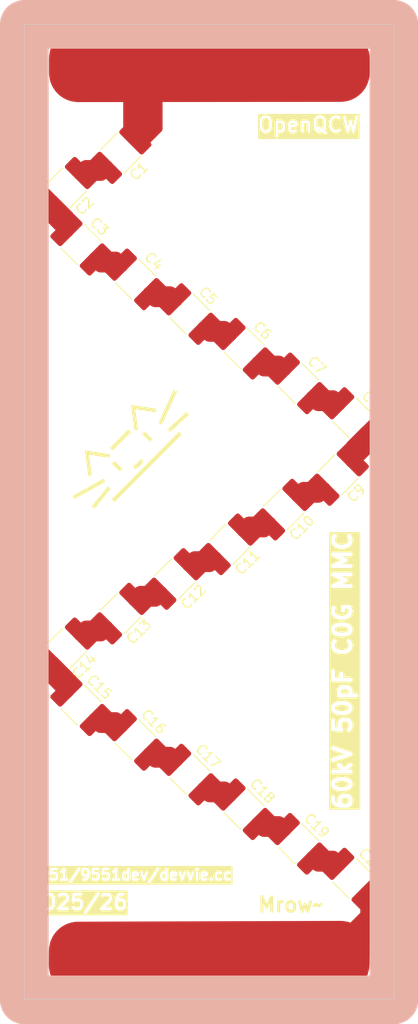
<source format=kicad_pcb>
(kicad_pcb (version 20241229) (generator "pcbnew") (generator_version "9.0")
  (layers (0 "F.Cu" signal) (2 "B.Cu" signal) (13 "F.Paste" user) (15 "B.Paste" user) (5 "F.SilkS" user "F.Silkscreen") (7 "B.SilkS" user "B.Silkscreen") (1 "F.Mask" user) (3 "B.Mask" user) (25 "Edge.Cuts" user))
  (net 0 "")
  (net 1 "CONN_1")
  (net 2 "Net-(C10-Pad2)")
  (net 3 "CONN_2")
  (net 4 "Net-(C10-Pad1)")
  (net 5 "Net-(C1-Pad2)")
  (net 6 "Net-(C2-Pad2)")
  (net 7 "Net-(C3-Pad2)")
  (net 8 "Net-(C4-Pad2)")
  (net 9 "Net-(C5-Pad2)")
  (net 10 "Net-(C6-Pad2)")
  (net 11 "Net-(C7-Pad2)")
  (net 12 "Net-(C8-Pad2)")
  (net 13 "Net-(C11-Pad2)")
  (net 14 "Net-(C12-Pad2)")
  (net 15 "Net-(C13-Pad2)")
  (net 16 "Net-(C14-Pad2)")
  (net 17 "Net-(C15-Pad2)")
  (net 18 "Net-(C16-Pad2)")
  (net 19 "Net-(C17-Pad2)")
  (net 20 "Net-(C18-Pad2)")
  (net 21 "Net-(C19-Pad2)")
  (footprint "Capacitor_SMD:C_1812_4532Metric_Pad1.57x3.40mm_HandSolder" (layer "F.Cu") (at 34.544 92.456 -45)
    (property "Reference" "C18" (at 0 -2.65 135) (layer "F.SilkS"))
    (property "Value" "1nF")
    (fp_line (start -1.161252 1.71) (end 1.161252 1.71) (stroke (width 0.12)) (layer "F.SilkS"))
    (fp_line (start -1.161252 -1.71) (end 1.161252 -1.71) (stroke (width 0.12)) (layer "F.SilkS"))
    (pad "1" smd roundrect (at -2.1375 0 315) (size 1.575 3.4) (layers "F.Cu" "F.Mask" "F.Paste") (roundrect_rratio 0.15873) (net 19 "Net-(C17-Pad2)"))
    (pad "2" smd roundrect (at 2.1375 0 315) (size 1.575 3.4) (layers "F.Cu" "F.Mask" "F.Paste") (roundrect_rratio 0.15873) (net 20 "Net-(C18-Pad2)"))
  )
  (footprint "Capacitor_SMD:C_1812_4532Metric_Pad1.57x3.40mm_HandSolder" (layer "F.Cu") (at 21.844 72.39 -135)
    (property "Reference" "C13" (at 0 -2.65 45) (layer "F.SilkS"))
    (property "Value" "1nF")
    (fp_line (start -1.161252 1.71) (end 1.161252 1.71) (stroke (width 0.12)) (layer "F.SilkS"))
    (fp_line (start -1.161252 -1.71) (end 1.161252 -1.71) (stroke (width 0.12)) (layer "F.SilkS"))
    (pad "1" smd roundrect (at -2.1375 0 225) (size 1.575 3.4) (layers "F.Cu" "F.Mask" "F.Paste") (roundrect_rratio 0.15873) (net 14 "Net-(C12-Pad2)"))
    (pad "2" smd roundrect (at 2.1375 0 225) (size 1.575 3.4) (layers "F.Cu" "F.Mask" "F.Paste") (roundrect_rratio 0.15873) (net 15 "Net-(C13-Pad2)"))
  )
  (footprint "Capacitor_SMD:C_1812_4532Metric_Pad1.57x3.40mm_HandSolder" (layer "F.Cu") (at 21.844 25.146 -135)
    (property "Reference" "C1" (at 0 -2.65 45) (layer "F.SilkS"))
    (property "Value" "1nF")
    (fp_line (start -1.161252 1.71) (end 1.161252 1.71) (stroke (width 0.12)) (layer "F.SilkS"))
    (fp_line (start -1.161252 -1.71) (end 1.161252 -1.71) (stroke (width 0.12)) (layer "F.SilkS"))
    (pad "1" smd roundrect (at -2.1375 0 225) (size 1.575 3.4) (layers "F.Cu" "F.Mask" "F.Paste") (roundrect_rratio 0.15873) (net 1 "CONN_1"))
    (pad "2" smd roundrect (at 2.1375 0 225) (size 1.575 3.4) (layers "F.Cu" "F.Mask" "F.Paste") (roundrect_rratio 0.15873) (net 5 "Net-(C1-Pad2)"))
  )
  (footprint "Capacitor_SMD:C_1812_4532Metric_Pad1.57x3.40mm_HandSolder" (layer "F.Cu") (at 40.132 48.768 -45)
    (property "Reference" "C7" (at 0 -2.65 135) (layer "F.SilkS"))
    (property "Value" "1nF")
    (fp_line (start -1.161252 1.71) (end 1.161252 1.71) (stroke (width 0.12)) (layer "F.SilkS"))
    (fp_line (start -1.161252 -1.71) (end 1.161252 -1.71) (stroke (width 0.12)) (layer "F.SilkS"))
    (pad "1" smd roundrect (at -2.1375 0 315) (size 1.575 3.4) (layers "F.Cu" "F.Mask" "F.Paste") (roundrect_rratio 0.15873) (net 10 "Net-(C6-Pad2)"))
    (pad "2" smd roundrect (at 2.1375 0 315) (size 1.575 3.4) (layers "F.Cu" "F.Mask" "F.Paste") (roundrect_rratio 0.15873) (net 11 "Net-(C7-Pad2)"))
  )
  (footprint "Capacitor_SMD:C_1812_4532Metric_Pad1.57x3.40mm_HandSolder" (layer "F.Cu") (at 44.196 58.166 -135)
    (property "Reference" "C9" (at 0 -2.65 45) (layer "F.SilkS"))
    (property "Value" "1nF")
    (fp_line (start -1.161252 1.71) (end 1.161252 1.71) (stroke (width 0.12)) (layer "F.SilkS"))
    (fp_line (start -1.161252 -1.71) (end 1.161252 -1.71) (stroke (width 0.12)) (layer "F.SilkS"))
    (pad "1" smd roundrect (at -2.1375 0 225) (size 1.575 3.4) (layers "F.Cu" "F.Mask" "F.Paste") (roundrect_rratio 0.15873) (net 12 "Net-(C8-Pad2)"))
    (pad "2" smd roundrect (at 2.1375 0 225) (size 1.575 3.4) (layers "F.Cu" "F.Mask" "F.Paste") (roundrect_rratio 0.15873) (net 4 "Net-(C10-Pad1)"))
  )
  (footprint "Capacitor_SMD:C_1812_4532Metric_Pad1.57x3.40mm_HandSolder" (layer "F.Cu") (at 40.119441 95.999441 -45)
    (property "Reference" "C19" (at 0 -2.65 135) (layer "F.SilkS"))
    (property "Value" "1nF")
    (fp_line (start -1.161252 1.71) (end 1.161252 1.71) (stroke (width 0.12)) (layer "F.SilkS"))
    (fp_line (start -1.161252 -1.71) (end 1.161252 -1.71) (stroke (width 0.12)) (layer "F.SilkS"))
    (pad "1" smd roundrect (at -2.1375 0 315) (size 1.575 3.4) (layers "F.Cu" "F.Mask" "F.Paste") (roundrect_rratio 0.15873) (net 20 "Net-(C18-Pad2)"))
    (pad "2" smd roundrect (at 2.1375 0 315) (size 1.575 3.4) (layers "F.Cu" "F.Mask" "F.Paste") (roundrect_rratio 0.15873) (net 21 "Net-(C19-Pad2)"))
  )
  (footprint "Capacitor_SMD:C_1812_4532Metric_Pad1.57x3.40mm_HandSolder" (layer "F.Cu") (at 28.956 41.656 -45)
    (property "Reference" "C5" (at 0 -2.65 135) (layer "F.SilkS"))
    (property "Value" "1nF")
    (fp_line (start -1.161252 1.71) (end 1.161252 1.71) (stroke (width 0.12)) (layer "F.SilkS"))
    (fp_line (start -1.161252 -1.71) (end 1.161252 -1.71) (stroke (width 0.12)) (layer "F.SilkS"))
    (pad "1" smd roundrect (at -2.1375 0 315) (size 1.575 3.4) (layers "F.Cu" "F.Mask" "F.Paste") (roundrect_rratio 0.15873) (net 8 "Net-(C4-Pad2)"))
    (pad "2" smd roundrect (at 2.1375 0 315) (size 1.575 3.4) (layers "F.Cu" "F.Mask" "F.Paste") (roundrect_rratio 0.15873) (net 9 "Net-(C5-Pad2)"))
  )
  (footprint "Capacitor_SMD:C_1812_4532Metric_Pad1.57x3.40mm_HandSolder" (layer "F.Cu") (at 34.544 45.212 -45)
    (property "Reference" "C6" (at 0 -2.65 135) (layer "F.SilkS"))
    (property "Value" "1nF")
    (fp_line (start -1.161252 1.71) (end 1.161252 1.71) (stroke (width 0.12)) (layer "F.SilkS"))
    (fp_line (start -1.161252 -1.71) (end 1.161252 -1.71) (stroke (width 0.12)) (layer "F.SilkS"))
    (pad "1" smd roundrect (at -2.1375 0 315) (size 1.575 3.4) (layers "F.Cu" "F.Mask" "F.Paste") (roundrect_rratio 0.15873) (net 9 "Net-(C5-Pad2)"))
    (pad "2" smd roundrect (at 2.1375 0 315) (size 1.575 3.4) (layers "F.Cu" "F.Mask" "F.Paste") (roundrect_rratio 0.15873) (net 10 "Net-(C6-Pad2)"))
  )
  (footprint "Capacitor_SMD:C_1812_4532Metric_Pad1.57x3.40mm_HandSolder" (layer "F.Cu") (at 17.78 81.788 -45)
    (property "Reference" "C15" (at 0 -2.65 135) (layer "F.SilkS"))
    (property "Value" "1nF")
    (fp_line (start -1.161252 1.71) (end 1.161252 1.71) (stroke (width 0.12)) (layer "F.SilkS"))
    (fp_line (start -1.161252 -1.71) (end 1.161252 -1.71) (stroke (width 0.12)) (layer "F.SilkS"))
    (pad "1" smd roundrect (at -2.1375 0 315) (size 1.575 3.4) (layers "F.Cu" "F.Mask" "F.Paste") (roundrect_rratio 0.15873) (net 16 "Net-(C14-Pad2)"))
    (pad "2" smd roundrect (at 2.1375 0 315) (size 1.575 3.4) (layers "F.Cu" "F.Mask" "F.Paste") (roundrect_rratio 0.15873) (net 17 "Net-(C15-Pad2)"))
  )
  (footprint "Capacitor_SMD:C_1812_4532Metric_Pad1.57x3.40mm_HandSolder" (layer "F.Cu") (at 27.432 68.834 -135)
    (property "Reference" "C12" (at 0 -2.65 45) (layer "F.SilkS"))
    (property "Value" "1nF")
    (fp_line (start -1.161252 1.71) (end 1.161252 1.71) (stroke (width 0.12)) (layer "F.SilkS"))
    (fp_line (start -1.161252 -1.71) (end 1.161252 -1.71) (stroke (width 0.12)) (layer "F.SilkS"))
    (pad "1" smd roundrect (at -2.1375 0 225) (size 1.575 3.4) (layers "F.Cu" "F.Mask" "F.Paste") (roundrect_rratio 0.15873) (net 13 "Net-(C11-Pad2)"))
    (pad "2" smd roundrect (at 2.1375 0 225) (size 1.575 3.4) (layers "F.Cu" "F.Mask" "F.Paste") (roundrect_rratio 0.15873) (net 14 "Net-(C12-Pad2)"))
  )
  (footprint "Capacitor_SMD:C_1812_4532Metric_Pad1.57x3.40mm_HandSolder" (layer "F.Cu") (at 16.256 28.702 -135)
    (property "Reference" "C2" (at 0 -2.65 45) (layer "F.SilkS"))
    (property "Value" "1nF")
    (fp_line (start -1.161252 1.71) (end 1.161252 1.71) (stroke (width 0.12)) (layer "F.SilkS"))
    (fp_line (start -1.161252 -1.71) (end 1.161252 -1.71) (stroke (width 0.12)) (layer "F.SilkS"))
    (pad "1" smd roundrect (at -2.1375 0 225) (size 1.575 3.4) (layers "F.Cu" "F.Mask" "F.Paste") (roundrect_rratio 0.15873) (net 5 "Net-(C1-Pad2)"))
    (pad "2" smd roundrect (at 2.1375 0 225) (size 1.575 3.4) (layers "F.Cu" "F.Mask" "F.Paste") (roundrect_rratio 0.15873) (net 6 "Net-(C2-Pad2)"))
  )
  (footprint "Capacitor_SMD:C_1812_4532Metric_Pad1.57x3.40mm_HandSolder" (layer "F.Cu") (at 45.72 52.324 -45)
    (property "Reference" "C8" (at 0 -2.65 135) (layer "F.SilkS"))
    (property "Value" "1nF")
    (fp_line (start -1.161252 1.71) (end 1.161252 1.71) (stroke (width 0.12)) (layer "F.SilkS"))
    (fp_line (start -1.161252 -1.71) (end 1.161252 -1.71) (stroke (width 0.12)) (layer "F.SilkS"))
    (pad "1" smd roundrect (at -2.1375 0 315) (size 1.575 3.4) (layers "F.Cu" "F.Mask" "F.Paste") (roundrect_rratio 0.15873) (net 11 "Net-(C7-Pad2)"))
    (pad "2" smd roundrect (at 2.1375 0 315) (size 1.575 3.4) (layers "F.Cu" "F.Mask" "F.Paste") (roundrect_rratio 0.15873) (net 12 "Net-(C8-Pad2)"))
  )
  (footprint "Capacitor_SMD:C_1812_4532Metric_Pad1.57x3.40mm_HandSolder" (layer "F.Cu") (at 16.256 75.946 -135)
    (property "Reference" "C14" (at 0 -2.65 45) (layer "F.SilkS"))
    (property "Value" "1nF")
    (fp_line (start -1.161252 1.71) (end 1.161252 1.71) (stroke (width 0.12)) (layer "F.SilkS"))
    (fp_line (start -1.161252 -1.71) (end 1.161252 -1.71) (stroke (width 0.12)) (layer "F.SilkS"))
    (pad "1" smd roundrect (at -2.1375 0 225) (size 1.575 3.4) (layers "F.Cu" "F.Mask" "F.Paste") (roundrect_rratio 0.15873) (net 15 "Net-(C13-Pad2)"))
    (pad "2" smd roundrect (at 2.1375 0 225) (size 1.575 3.4) (layers "F.Cu" "F.Mask" "F.Paste") (roundrect_rratio 0.15873) (net 16 "Net-(C14-Pad2)"))
  )
  (footprint "Capacitor_SMD:C_1812_4532Metric_Pad1.57x3.40mm_HandSolder" (layer "F.Cu") (at 28.956 88.9 -45)
    (property "Reference" "C17" (at 0 -2.65 135) (layer "F.SilkS"))
    (property "Value" "1nF")
    (fp_line (start -1.161252 1.71) (end 1.161252 1.71) (stroke (width 0.12)) (layer "F.SilkS"))
    (fp_line (start -1.161252 -1.71) (end 1.161252 -1.71) (stroke (width 0.12)) (layer "F.SilkS"))
    (pad "1" smd roundrect (at -2.1375 0 315) (size 1.575 3.4) (layers "F.Cu" "F.Mask" "F.Paste") (roundrect_rratio 0.15873) (net 18 "Net-(C16-Pad2)"))
    (pad "2" smd roundrect (at 2.1375 0 315) (size 1.575 3.4) (layers "F.Cu" "F.Mask" "F.Paste") (roundrect_rratio 0.15873) (net 19 "Net-(C17-Pad2)"))
  )
  (footprint "art:cat2" (layer "F.Cu") (at 22.606 55.372 45)
    (property "Reference" "G***" (hide yes))
    (property "Value" "LOGO" (hide yes))
    (fp_poly (pts (xy -1.932193 0.550226) (xy -1.932192 1.119647) (xy -2.136928 1.119647) (xy -2.341663 1.119647) (xy -2.341663 0.550226) (xy -2.341663 -0.019195) (xy -2.136928 -0.019195) (xy -1.932192 -0.019195)) (fill yes) (layer "F.SilkS"))
    (fp_poly (pts (xy 1.343576 -1.11325) (xy 1.343576 -0.902116) (xy 0.006397 -0.902116) (xy -1.330782 -0.902116) (xy -1.330782 -1.113251) (xy -1.330782 -1.324383) (xy 0.006397 -1.324383) (xy 1.343576 -1.324383)) (fill yes) (layer "F.SilkS"))
    (fp_poly (pts (xy 2.405642 0.582216) (xy 2.405642 1.158035) (xy 2.207304 1.158035) (xy 2.008967 1.158035) (xy 2.008967 0.582216) (xy 2.008967 0.006397) (xy 2.207304 0.006397) (xy 2.405642 0.006397)) (fill yes) (layer "F.SilkS"))
    (fp_poly (pts (xy 4.862468 2.744735) (xy 4.862468 2.962265) (xy -0.031991 2.962265) (xy -4.926449 2.962266) (xy -4.926449 2.744735) (xy -4.926449 2.527203) (xy -0.031991 2.527202) (xy 4.862468 2.527202)) (fill yes) (layer "F.SilkS"))
    (fp_poly (pts (xy -0.867826 1.675328) (xy -0.833731 1.688844) (xy -0.817733 1.695558) (xy -0.764438 1.715342) (xy -0.708001 1.730689) (xy -0.642256 1.742821) (xy -0.561034 1.752962) (xy -0.49808 1.758973) (xy -0.433852 1.763675) (xy -0.376604 1.765217) (xy -0.320516 1.763089) (xy -0.259766 1.75678) (xy -0.18853 1.745782) (xy -0.100989 1.729585) (xy -0.05207 1.719934) (xy -0.000194 1.70991) (xy 0.041037 1.702584) (xy 0.066071 1.698907) (xy 0.071005 1.698845) (xy 0.078432 1.71599) (xy 0.090014 1.751622) (xy 0.104369 1.80049) (xy 0.120116 1.857346) (xy 0.135871 1.916936) (xy 0.150254 1.974012) (xy 0.161882 2.023321) (xy 0.169374 2.059615) (xy 0.171346 2.07764) (xy 0.170958 2.078589) (xy 0.149009 2.089236) (xy 0.10666 2.102467) (xy 0.048825 2.117076) (xy -0.019586 2.131856) (xy -0.093662 2.1456) (xy -0.118413 2.149685) (xy -0.195265 2.159363) (xy -0.286522 2.166784) (xy -0.384626 2.171702) (xy -0.482022 2.17387) (xy -0.571153 2.173043) (xy -0.644462 2.168973) (xy -0.660006 2.167353) (xy -0.708098 2.158493) (xy -0.772711 2.142277) (xy -0.846651 2.120964) (xy -0.922724 2.096814) (xy -0.993733 2.072086) (xy -1.052482 2.049041) (xy -1.084531 2.034029) (xy -1.080804 2.022367) (xy -1.06839 1.991296) (xy -1.048948 1.944813) (xy -1.024143 1.886915) (xy -1.007164 1.847879) (xy -0.975714 1.776066) (xy -0.95182 1.724903) (xy -0.932282 1.691819) (xy -0.913903 1.674244) (xy -0.893484 1.669604)) (fill yes) (layer "F.SilkS"))
    (fp_poly (pts (xy 4.254044 1.531621) (xy 4.313163 1.533467) (xy 4.392676 1.536204) (xy 4.490856 1.539764) (xy 4.60598 1.544085) (xy 4.736321 1.5491) (xy 4.880155 1.554745) (xy 5.035757 1.560954) (xy 5.201401 1.567661) (xy 5.375362 1.574802) (xy 5.479195 1.579109) (xy 5.658289 1.586542) (xy 5.830828 1.593659) (xy 5.995007 1.600389) (xy 6.149021 1.606658) (xy 6.291066 1.612397) (xy 6.419335 1.617529) (xy 6.532023 1.621987) (xy 6.627329 1.625696) (xy 6.703443 1.628584) (xy 6.758563 1.630582) (xy 6.790884 1.631615) (xy 6.798183 1.631747) (xy 6.846493 1.631486) (xy 6.842969 1.833022) (xy 6.839444 2.034559) (xy 6.807455 2.036304) (xy 6.788677 2.036072) (xy 6.746902 2.034743) (xy 6.6847 2.032423) (xy 6.604641 2.029218) (xy 6.509289 2.025235) (xy 6.401214 2.020578) (xy 6.282984 2.015353) (xy 6.157167 2.009666) (xy 6.129269 2.008388) (xy 5.980978 2.001621) (xy 5.822254 1.994447) (xy 5.65859 1.987111) (xy 5.495487 1.979857) (xy 5.338439 1.972929) (xy 5.192945 1.966571) (xy 5.0645 1.961026) (xy 5.003224 1.958416) (xy 4.886149 1.953435) (xy 4.769627 1.948428) (xy 4.657948 1.943586) (xy 4.555403 1.939092) (xy 4.466283 1.935138) (xy 4.39488 1.931911) (xy 4.352137 1.929919) (xy 4.180899 1.92173) (xy 4.190079 1.728623) (xy 4.193561 1.661178) (xy 4.197071 1.603372) (xy 4.200291 1.559753) (xy 4.202903 1.534866) (xy 4.203888 1.530862) (xy 4.217043 1.530732)) (fill yes) (layer "F.SilkS"))
    (fp_poly (pts (xy -4.287985 1.334164) (xy -4.286527 1.345351) (xy -4.285107 1.366493) (xy -4.281306 1.407531) (xy -4.27567 1.462932) (xy -4.268746 1.527171) (xy -4.267237 1.540751) (xy -4.260448 1.603777) (xy -4.255214 1.656822) (xy -4.251964 1.695151) (xy -4.251131 1.714029) (xy -4.251365 1.71517) (xy -4.264218 1.716874) (xy -4.30046 1.721032) (xy -4.358026 1.727423) (xy -4.434849 1.735828) (xy -4.528869 1.746029) (xy -4.638019 1.757806) (xy -4.760235 1.77094) (xy -4.893454 1.785213) (xy -5.035611 1.800405) (xy -5.184641 1.816297) (xy -5.338481 1.832671) (xy -5.495066 1.849307) (xy -5.652332 1.865986) (xy -5.808214 1.88249) (xy -5.960649 1.898598) (xy -6.107571 1.914093) (xy -6.246919 1.928756) (xy -6.376623 1.942366) (xy -6.494624 1.954705) (xy -6.598856 1.965555) (xy -6.687254 1.974696) (xy -6.757756 1.981909) (xy -6.808295 1.986975) (xy -6.836807 1.989675) (xy -6.842401 1.990072) (xy -6.857028 1.978966) (xy -6.864295 1.960982) (xy -6.868413 1.934576) (xy -6.873467 1.891789) (xy -6.87897 1.838221) (xy -6.884436 1.779467) (xy -6.88938 1.721122) (xy -6.893311 1.66878) (xy -6.895748 1.62804) (xy -6.896202 1.604496) (xy -6.895583 1.600954) (xy -6.882434 1.59908) (xy -6.845549 1.594773) (xy -6.786648 1.588216) (xy -6.707455 1.579593) (xy -6.609691 1.569087) (xy -6.495073 1.55688) (xy -6.365331 1.543155) (xy -6.22218 1.528095) (xy -6.067345 1.511884) (xy -5.902544 1.494705) (xy -5.729502 1.476739) (xy -5.630227 1.466464) (xy -5.452416 1.448051) (xy -5.281246 1.430268) (xy -5.118506 1.413303) (xy -4.965986 1.397346) (xy -4.825473 1.382584) (xy -4.698756 1.369209) (xy -4.587624 1.357409) (xy -4.493867 1.347373) (xy -4.419271 1.339291) (xy -4.365627 1.333348) (xy -4.334723 1.329738) (xy -4.328237 1.328845) (xy -4.299433 1.326212)) (fill yes) (layer "F.SilkS"))
    (fp_poly (pts (xy -7.481036 -0.542665) (xy -7.451519 -0.534363) (xy -7.400372 -0.519824) (xy -7.329295 -0.499536) (xy -7.239989 -0.473988) (xy -7.134153 -0.44367) (xy -7.01349 -0.409071) (xy -6.879696 -0.370681) (xy -6.734477 -0.328988) (xy -6.57953 -0.284482) (xy -6.416557 -0.237652) (xy -6.247256 -0.188988) (xy -6.073332 -0.138979) (xy -5.896479 -0.088114) (xy -5.718403 -0.036882) (xy -5.540802 0.014227) (xy -5.365377 0.064725) (xy -5.193829 0.11412) (xy -5.027857 0.161926) (xy -4.869163 0.207651) (xy -4.719446 0.250807) (xy -4.580408 0.290904) (xy -4.453748 0.327455) (xy -4.341167 0.359968) (xy -4.244366 0.387956) (xy -4.165045 0.410926) (xy -4.104905 0.428392) (xy -4.065645 0.439864) (xy -4.048967 0.444854) (xy -4.048492 0.445026) (xy -4.049388 0.459142) (xy -4.057031 0.491982) (xy -4.069786 0.538353) (xy -4.086014 0.593061) (xy -4.104085 0.650913) (xy -4.122359 0.706715) (xy -4.139202 0.755274) (xy -4.152979 0.791396) (xy -4.162052 0.809887) (xy -4.163816 0.811232) (xy -4.177574 0.807621) (xy -4.214528 0.797367) (xy -4.273271 0.780872) (xy -4.352394 0.758536) (xy -4.450489 0.73076) (xy -4.566148 0.697942) (xy -4.697964 0.660485) (xy -4.844529 0.618787) (xy -5.004435 0.573249) (xy -5.176272 0.524272) (xy -5.358636 0.472256) (xy -5.550114 0.417601) (xy -5.749302 0.360707) (xy -5.898354 0.31811) (xy -6.102132 0.259828) (xy -6.299123 0.203428) (xy -6.487928 0.149313) (xy -6.667147 0.097888) (xy -6.83538 0.049556) (xy -6.991227 0.004719) (xy -7.133289 -0.036217) (xy -7.260167 -0.07285) (xy -7.370459 -0.104776) (xy -7.462768 -0.13159) (xy -7.535691 -0.15289) (xy -7.587831 -0.168273) (xy -7.617789 -0.177334) (xy -7.624849 -0.179727) (xy -7.62349 -0.193437) (xy -7.615743 -0.227201) (xy -7.602738 -0.276611) (xy -7.585608 -0.337259) (xy -7.576045 -0.369768) (xy -7.521214 -0.553786)) (fill yes) (layer "F.SilkS"))
    (fp_poly (pts (xy 7.531251 -0.865433) (xy 7.545606 -0.830699) (xy 7.565033 -0.78098) (xy 7.587733 -0.720823) (xy 7.597866 -0.693385) (xy 7.625983 -0.61379) (xy 7.643491 -0.557096) (xy 7.650485 -0.52296) (xy 7.647759 -0.511196) (xy 7.634215 -0.506224) (xy 7.597994 -0.492917) (xy 7.540441 -0.471768) (xy 7.462899 -0.443272) (xy 7.366712 -0.407923) (xy 7.253223 -0.366214) (xy 7.123779 -0.318639) (xy 6.979722 -0.265693) (xy 6.822396 -0.20787) (xy 6.653145 -0.145663) (xy 6.473314 -0.079566) (xy 6.284245 -0.010074) (xy 6.087284 0.062321) (xy 5.883774 0.137123) (xy 5.874311 0.140601) (xy 5.670805 0.215399) (xy 5.473955 0.287747) (xy 5.28509 0.357155) (xy 5.10554 0.423136) (xy 4.936636 0.485199) (xy 4.779705 0.542858) (xy 4.636077 0.595624) (xy 4.507084 0.643007) (xy 4.394056 0.684521) (xy 4.29832 0.719675) (xy 4.221208 0.747982) (xy 4.16405 0.768953) (xy 4.128174 0.7821) (xy 4.114912 0.786933) (xy 4.114865 0.786948) (xy 4.110874 0.77545) (xy 4.10051 0.743758) (xy 4.085132 0.696077) (xy 4.066099 0.636607) (xy 4.055322 0.602778) (xy 3.99674 0.41861) (xy 4.272853 0.315549) (xy 4.315858 0.299499) (xy 4.359056 0.283382) (xy 4.40373 0.266719) (xy 4.45116 0.249034) (xy 4.502628 0.22985) (xy 4.559417 0.20869) (xy 4.622807 0.185076) (xy 4.694083 0.158531) (xy 4.774523 0.128578) (xy 4.86541 0.09474) (xy 4.968026 0.05654) (xy 5.083653 0.013501) (xy 5.213572 -0.034855) (xy 5.359064 -0.089006) (xy 5.521413 -0.149427) (xy 5.701898 -0.216595) (xy 5.901803 -0.290989) (xy 6.122409 -0.373087) (xy 6.364997 -0.463364) (xy 6.511596 -0.517918) (xy 6.664566 -0.57468) (xy 6.810647 -0.62857) (xy 6.948066 -0.67895) (xy 7.075045 -0.725187) (xy 7.189812 -0.766642) (xy 7.290593 -0.80268) (xy 7.375609 -0.832665) (xy 7.44309 -0.855962) (xy 7.49126 -0.871934) (xy 7.518344 -0.879945) (xy 7.523768 -0.880636)) (fill yes) (layer "F.SilkS"))
    (fp_poly (pts (xy -3.318796 -2.93303) (xy -3.2965 -2.904015) (xy -3.261545 -2.857701) (xy -3.215163 -2.795759) (xy -3.158587 -2.719864) (xy -3.09305 -2.631687) (xy -3.019785 -2.532901) (xy -2.940025 -2.425178) (xy -2.855002 -2.31019) (xy -2.765949 -2.18961) (xy -2.674098 -2.065112) (xy -2.580683 -1.938366) (xy -2.486937 -1.811046) (xy -2.394092 -1.684824) (xy -2.30338 -1.561372) (xy -2.216036 -1.442363) (xy -2.133291 -1.32947) (xy -2.056378 -1.224365) (xy -1.98653 -1.128721) (xy -1.92498 -1.044209) (xy -1.872961 -0.972503) (xy -1.831705 -0.915275) (xy -1.807099 -0.880786) (xy -1.778412 -0.840262) (xy -1.916083 -0.734839) (xy -1.967885 -0.69517) (xy -2.013006 -0.660615) (xy -2.047218 -0.634412) (xy -2.066299 -0.619796) (xy -2.068087 -0.618424) (xy -2.078385 -0.625937) (xy -2.10271 -0.653622) (xy -2.141142 -0.701584) (xy -2.193761 -0.76993) (xy -2.260646 -0.858766) (xy -2.341878 -0.968196) (xy -2.437536 -1.098326) (xy -2.547699 -1.249262) (xy -2.636988 -1.37218) (xy -2.729036 -1.499106) (xy -2.818267 -1.622127) (xy -2.903299 -1.739341) (xy -2.982752 -1.848847) (xy -3.055245 -1.948742) (xy -3.119398 -2.037124) (xy -3.17383 -2.11209) (xy -3.217161 -2.171738) (xy -3.248009 -2.214165) (xy -3.263258 -2.235095) (xy -3.334961 -2.333262) (xy -3.973955 -1.487247) (xy -4.072113 -1.357286) (xy -4.165979 -1.233009) (xy -4.254386 -1.115958) (xy -4.33617 -1.007676) (xy -4.410166 -0.909707) (xy -4.475207 -0.823593) (xy -4.530128 -0.750876) (xy -4.573764 -0.693101) (xy -4.60495 -0.651809) (xy -4.622521 -0.628544) (xy -4.625963 -0.623985) (xy -4.63532 -0.62029) (xy -4.653066 -0.626403) (xy -4.681924 -0.643997) (xy -4.724615 -0.674747) (xy -4.78386 -0.720327) (xy -4.788591 -0.724034) (xy -4.938204 -0.841328) (xy -4.737485 -1.105249) (xy -4.550325 -1.351285) (xy -4.378209 -1.577424) (xy -4.220742 -1.784182) (xy -4.077529 -1.972071) (xy -3.948177 -2.141606) (xy -3.832289 -2.293301) (xy -3.729473 -2.427671) (xy -3.639332 -2.54523) (xy -3.561473 -2.646492) (xy -3.4955 -2.731972) (xy -3.44102 -2.802183) (xy -3.397637 -2.85764) (xy -3.364956 -2.898857) (xy -3.342586 -2.926349) (xy -3.330128 -2.940629) (xy -3.3272 -2.943074)) (fill yes) (layer "F.SilkS"))
    (fp_poly (pts (xy 3.335261 -2.886717) (xy 3.357585 -2.857377) (xy 3.392856 -2.810251) (xy 3.440009 -2.746779) (xy 3.497982 -2.668408) (xy 3.565705 -2.576582) (xy 3.642117 -2.472745) (xy 3.72615 -2.358343) (xy 3.81674 -2.23482) (xy 3.912821 -2.10362) (xy 4.013327 -1.966189) (xy 4.027034 -1.947431) (xy 4.130017 -1.806499) (xy 4.230057 -1.669611) (xy 4.325939 -1.538422) (xy 4.416448 -1.414599) (xy 4.500368 -1.299804) (xy 4.576483 -1.195698) (xy 4.643579 -1.103944) (xy 4.70044 -1.026204) (xy 4.74585 -0.964141) (xy 4.778595 -0.919417) (xy 4.797458 -0.893694) (xy 4.797463 -0.893688) (xy 4.874207 -0.789289) (xy 4.727845 -0.679355) (xy 4.674895 -0.640121) (xy 4.62906 -0.607174) (xy 4.594259 -0.583254) (xy 4.574411 -0.571099) (xy 4.571624 -0.570133) (xy 4.562764 -0.580367) (xy 4.540084 -0.609804) (xy 4.504729 -0.656885) (xy 4.457842 -0.720053) (xy 4.400568 -0.79775) (xy 4.334052 -0.888417) (xy 4.259439 -0.990498) (xy 4.177873 -1.102433) (xy 4.090498 -1.222664) (xy 3.998459 -1.349636) (xy 3.962972 -1.398672) (xy 3.869001 -1.528569) (xy 3.778991 -1.652952) (xy 3.694127 -1.770192) (xy 3.615587 -1.878658) (xy 3.544553 -1.976721) (xy 3.482207 -2.062748) (xy 3.42973 -2.135111) (xy 3.388303 -2.19218) (xy 3.359107 -2.232323) (xy 3.343324 -2.253911) (xy 3.341226 -2.256731) (xy 3.31827 -2.286963) (xy 2.774212 -1.565749) (xy 2.680618 -1.441694) (xy 2.588973 -1.320253) (xy 2.500851 -1.20351) (xy 2.417831 -1.093551) (xy 2.341484 -0.992462) (xy 2.273386 -0.902327) (xy 2.215113 -0.825233) (xy 2.16824 -0.763262) (xy 2.134341 -0.718503) (xy 2.121882 -0.702086) (xy 2.013609 -0.559638) (xy 1.869692 -0.673973) (xy 1.818749 -0.715362) (xy 1.776305 -0.751607) (xy 1.745819 -0.779611) (xy 1.730756 -0.79628) (xy 1.729814 -0.799058) (xy 1.738153 -0.811069) (xy 1.760704 -0.841656) (xy 1.796216 -0.889178) (xy 1.843438 -0.951993) (xy 1.901122 -1.028459) (xy 1.968017 -1.116934) (xy 2.042874 -1.215777) (xy 2.124441 -1.323345) (xy 2.211469 -1.437998) (xy 2.302709 -1.558092) (xy 2.396909 -1.681986) (xy 2.492821 -1.808039) (xy 2.589192 -1.934608) (xy 2.684777 -2.060052) (xy 2.778322 -2.182729) (xy 2.868578 -2.300998) (xy 2.954295 -2.413214) (xy 3.034223 -2.517738) (xy 3.107113 -2.612929) (xy 3.171713 -2.697143) (xy 3.226775 -2.76874) (xy 3.271047 -2.826076) (xy 3.303281 -2.867511) (xy 3.322225 -2.891402) (xy 3.326951 -2.896822)) (fill yes) (layer "F.SilkS"))
  )
  (footprint "Capacitor_SMD:C_1812_4532Metric_Pad1.57x3.40mm_HandSolder" (layer "F.Cu") (at 17.78 34.544 -45)
    (property "Reference" "C3" (at 0 -2.65 135) (layer "F.SilkS"))
    (property "Value" "1nF")
    (fp_line (start -1.161252 1.71) (end 1.161252 1.71) (stroke (width 0.12)) (layer "F.SilkS"))
    (fp_line (start -1.161252 -1.71) (end 1.161252 -1.71) (stroke (width 0.12)) (layer "F.SilkS"))
    (pad "1" smd roundrect (at -2.1375 0 315) (size 1.575 3.4) (layers "F.Cu" "F.Mask" "F.Paste") (roundrect_rratio 0.15873) (net 6 "Net-(C2-Pad2)"))
    (pad "2" smd roundrect (at 2.1375 0 315) (size 1.575 3.4) (layers "F.Cu" "F.Mask" "F.Paste") (roundrect_rratio 0.15873) (net 7 "Net-(C3-Pad2)"))
  )
  (footprint "Capacitor_SMD:C_1812_4532Metric_Pad1.57x3.40mm_HandSolder" (layer "F.Cu") (at 33.02 65.278 -135)
    (property "Reference" "C11" (at 0 -2.65 45) (layer "F.SilkS"))
    (property "Value" "1nF")
    (fp_line (start -1.161252 1.71) (end 1.161252 1.71) (stroke (width 0.12)) (layer "F.SilkS"))
    (fp_line (start -1.161252 -1.71) (end 1.161252 -1.71) (stroke (width 0.12)) (layer "F.SilkS"))
    (pad "1" smd roundrect (at -2.1375 0 225) (size 1.575 3.4) (layers "F.Cu" "F.Mask" "F.Paste") (roundrect_rratio 0.15873) (net 2 "Net-(C10-Pad2)"))
    (pad "2" smd roundrect (at 2.1375 0 225) (size 1.575 3.4) (layers "F.Cu" "F.Mask" "F.Paste") (roundrect_rratio 0.15873) (net 13 "Net-(C11-Pad2)"))
  )
  (footprint "Capacitor_SMD:C_1812_4532Metric_Pad1.57x3.40mm_HandSolder" (layer "F.Cu") (at 23.368 85.344 -45)
    (property "Reference" "C16" (at 0 -2.65 135) (layer "F.SilkS"))
    (property "Value" "1nF")
    (fp_line (start -1.161252 1.71) (end 1.161252 1.71) (stroke (width 0.12)) (layer "F.SilkS"))
    (fp_line (start -1.161252 -1.71) (end 1.161252 -1.71) (stroke (width 0.12)) (layer "F.SilkS"))
    (pad "1" smd roundrect (at -2.1375 0 315) (size 1.575 3.4) (layers "F.Cu" "F.Mask" "F.Paste") (roundrect_rratio 0.15873) (net 17 "Net-(C15-Pad2)"))
    (pad "2" smd roundrect (at 2.1375 0 315) (size 1.575 3.4) (layers "F.Cu" "F.Mask" "F.Paste") (roundrect_rratio 0.15873) (net 18 "Net-(C16-Pad2)"))
  )
  (footprint "Capacitor_SMD:C_1812_4532Metric_Pad1.57x3.40mm_HandSolder" (layer "F.Cu") (at 38.608 61.722 -135)
    (property "Reference" "C10" (at 0 -2.65 45) (layer "F.SilkS"))
    (property "Value" "1nF")
    (fp_line (start -1.161252 1.71) (end 1.161252 1.71) (stroke (width 0.12)) (layer "F.SilkS"))
    (fp_line (start -1.161252 -1.71) (end 1.161252 -1.71) (stroke (width 0.12)) (layer "F.SilkS"))
    (pad "1" smd roundrect (at -2.1375 0 225) (size 1.575 3.4) (layers "F.Cu" "F.Mask" "F.Paste") (roundrect_rratio 0.15873) (net 4 "Net-(C10-Pad1)"))
    (pad "2" smd roundrect (at 2.1375 0 225) (size 1.575 3.4) (layers "F.Cu" "F.Mask" "F.Paste") (roundrect_rratio 0.15873) (net 2 "Net-(C10-Pad2)"))
  )
  (footprint "Capacitor_SMD:C_1812_4532Metric_Pad1.57x3.40mm_HandSolder" (layer "F.Cu") (at 45.72 99.568 -45)
    (property "Reference" "C20" (at 0 -2.65 135) (layer "F.SilkS"))
    (property "Value" "1nF")
    (fp_line (start -1.161252 1.71) (end 1.161252 1.71) (stroke (width 0.12)) (layer "F.SilkS"))
    (fp_line (start -1.161252 -1.71) (end 1.161252 -1.71) (stroke (width 0.12)) (layer "F.SilkS"))
    (pad "1" smd roundrect (at -2.1375 0 315) (size 1.575 3.4) (layers "F.Cu" "F.Mask" "F.Paste") (roundrect_rratio 0.15873) (net 21 "Net-(C19-Pad2)"))
    (pad "2" smd roundrect (at 2.1375 0 315) (size 1.575 3.4) (layers "F.Cu" "F.Mask" "F.Paste") (roundrect_rratio 0.15873) (net 3 "CONN_2"))
  )
  (footprint "Capacitor_SMD:C_1812_4532Metric_Pad1.57x3.40mm_HandSolder" (layer "F.Cu") (at 23.368 38.1 -45)
    (property "Reference" "C4" (at 0 -2.65 135) (layer "F.SilkS"))
    (property "Value" "1nF")
    (fp_line (start -1.161252 1.71) (end 1.161252 1.71) (stroke (width 0.12)) (layer "F.SilkS"))
    (fp_line (start -1.161252 -1.71) (end 1.161252 -1.71) (stroke (width 0.12)) (layer "F.SilkS"))
    (pad "1" smd roundrect (at -2.1375 0 315) (size 1.575 3.4) (layers "F.Cu" "F.Mask" "F.Paste") (roundrect_rratio 0.15873) (net 7 "Net-(C3-Pad2)"))
    (pad "2" smd roundrect (at 2.1375 0 315) (size 1.575 3.4) (layers "F.Cu" "F.Mask" "F.Paste") (roundrect_rratio 0.15873) (net 8 "Net-(C4-Pad2)"))
  )
  (gr_rect (start 11.938 11.938) (end 49.938 112.014) (stroke (width 5)) (fill no) (layer "B.SilkS"))
  (gr_rect (start 11.938 11.938) (end 49.938 111.938) (stroke (width 0.05)) (fill no) (layer "Edge.Cuts"))
  (gr_text "2025/26" (at 12.192 102.87 0) (layer "F.SilkS" knockout) (effects (font (size 1.5 1.5) (thickness 0.3) (bold yes)) (justify left bottom)))
  (gr_text "Mrow~" (at 35.814 103.124 0) (layer "F.SilkS") (effects (font (size 1.5 1.5) (thickness 0.3) (bold yes)) (justify left bottom)))
  (gr_text "OpenQCW" (at 35.814 23.114 0) (layer "F.SilkS" knockout) (effects (font (size 1.5 1.5) (thickness 0.25) (bold yes)) (justify left bottom)))
  (gr_text "60kV 50pF C0G MMC" (at 45.72 92.71 90) (layer "F.SilkS" knockout) (effects (font (size 1.8 1.8) (thickness 0.4) (bold yes)) (justify left bottom)))
  (gr_text "9551/9551dev/devvie.cc" (at 12.192 99.822 0) (layer "F.SilkS" knockout) (effects (font (size 1.1 1.1) (thickness 0.25) (bold yes)) (justify left bottom)))
  (segment (start 24.638 19.304) (end 24.638 18.796) (width 1) (layer "F.Cu") (net 1))
  (segment (start 24.638 22.352) (end 24.638 19.304) (width 1) (layer "F.Cu") (net 1))
  (segment (start 23.355441 23.634559) (end 23.355441 23.609441) (width 1) (layer "F.Cu") (net 1))
  (segment (start 25.654 22.098) (end 25.654 18.542) (width 1) (layer "F.Cu") (net 1))
  (segment (start 23.355441 19.570559) (end 23.622 19.304) (width 1) (layer "F.Cu") (net 1))
  (segment (start 23.355441 23.634559) (end 23.355441 19.570559) (width 1) (layer "F.Cu") (net 1))
  (segment (start 23.622 19.304) (end 24.13 19.812) (width 1) (layer "F.Cu") (net 1))
  (segment (start 23.355441 23.634559) (end 24.638 22.352) (width 1) (layer "F.Cu") (net 1))
  (segment (start 25.654 22.606) (end 25.654 22.098) (width 1) (layer "F.Cu") (net 1))
  (segment (start 24.892 22.098) (end 25.654 22.098) (width 1) (layer "F.Cu") (net 1))
  (segment (start 24.892 22.098) (end 24.892 19.558) (width 1) (layer "F.Cu") (net 1))
  (segment (start 24.13 19.812) (end 24.13 22.86) (width 1) (layer "F.Cu") (net 1))
  (segment (start 24.13 24.13) (end 25.654 22.606) (width 1) (layer "F.Cu") (net 1))
  (segment (start 25.654 18.542) (end 24.892 18.542) (width 1) (layer "F.Cu") (net 1))
  (segment (start 23.634559 23.634559) (end 24.13 24.13) (width 1) (layer "F.Cu") (net 1))
  (segment (start 24.892 18.542) (end 24.638 18.796) (width 1) (layer "F.Cu") (net 1))
  (segment (start 23.355441 23.609441) (end 22.606 22.86) (width 1) (layer "F.Cu") (net 1))
  (segment (start 24.13 22.86) (end 23.355441 23.634559) (width 1) (layer "F.Cu") (net 1))
  (segment (start 22.606 22.86) (end 22.606 18.796) (width 1) (layer "F.Cu") (net 1))
  (segment (start 24.892 19.558) (end 24.638 19.304) (width 1) (layer "F.Cu") (net 1))
  (segment (start 23.355441 23.634559) (end 24.892 22.098) (width 1) (layer "F.Cu") (net 1))
  (segment (start 23.355441 23.634559) (end 23.634559 23.634559) (width 1) (layer "F.Cu") (net 1))
  (segment (start 34.531441 63.766559) (end 36.563441 63.766559) (width 1.6) (layer "F.Cu") (net 2))
  (segment (start 36.563441 63.766559) (end 37.096559 63.233441) (width 1.6) (layer "F.Cu") (net 2))
  (segment (start 37.096559 63.233441) (end 35.064559 63.233441) (width 1.6) (layer "F.Cu") (net 2))
  (segment (start 35.064559 63.233441) (end 34.531441 63.766559) (width 1.6) (layer "F.Cu") (net 2))
  (segment (start 47.980882 100.33) (end 48.006 100.33) (width 1) (layer "F.Cu") (net 3))
  (segment (start 47.231441 103.390559) (end 45.212 105.41) (width 1.5) (layer "F.Cu") (net 3))
  (segment (start 45.974 106.172) (end 45.212 105.41) (width 1.6) (layer "F.Cu") (net 3))
  (segment (start 48.937 101.261) (end 48.937 103.209) (width 1) (layer "F.Cu") (net 3))
  (segment (start 48.937 104.394) (end 48.937 104.479) (width 1) (layer "F.Cu") (net 3))
  (segment (start 48.0568 104.0892) (end 45.974 106.172) (width 1.6) (layer "F.Cu") (net 3))
  (segment (start 48.006 100.33) (end 48.937 101.261) (width 1) (layer "F.Cu") (net 3))
  (segment (start 48.937 104.479) (end 46.228 107.188) (width 1) (layer "F.Cu") (net 3))
  (segment (start 48.937 103.209) (end 48.937 104.394) (width 1) (layer "F.Cu") (net 3))
  (segment (start 48.0568 101.9048) (end 48.0568 104.0892) (width 1.6) (layer "F.Cu") (net 3))
  (segment (start 47.231441 101.079441) (end 48.0568 101.9048) (width 1.6) (layer "F.Cu") (net 3))
  (segment (start 47.231441 101.079441) (end 47.980882 100.33) (width 1) (layer "F.Cu") (net 3))
  (segment (start 47.231441 101.079441) (end 47.231441 103.390559) (width 1.5) (layer "F.Cu") (net 3))
  (segment (start 48.937 103.209) (end 48.0568 104.0892) (width 1) (layer "F.Cu") (net 3))
  (segment (start 42.684559 59.677441) (end 40.652559 59.677441) (width 1.6) (layer "F.Cu") (net 4))
  (segment (start 42.151441 60.210559) (end 42.684559 59.677441) (width 1.6) (layer "F.Cu") (net 4))
  (segment (start 40.119441 60.210559) (end 42.151441 60.210559) (width 1.6) (layer "F.Cu") (net 4))
  (segment (start 40.652559 59.677441) (end 40.119441 60.210559) (width 1.6) (layer "F.Cu") (net 4))
  (segment (start 17.767441 27.190559) (end 19.799441 27.190559) (width 1.6) (layer "F.Cu") (net 5))
  (segment (start 20.332559 26.657441) (end 18.300559 26.657441) (width 1.6) (layer "F.Cu") (net 5))
  (segment (start 19.799441 27.190559) (end 20.332559 26.657441) (width 1.6) (layer "F.Cu") (net 5))
  (segment (start 18.300559 26.657441) (end 17.767441 27.190559) (width 1.6) (layer "F.Cu") (net 5))
  (segment (start 16.268559 31.737441) (end 14.744559 30.213441) (width 1.6) (layer "F.Cu") (net 6))
  (segment (start 14.744559 30.213441) (end 14.744559 31.508559) (width 1.6) (layer "F.Cu") (net 6))
  (segment (start 14.744559 31.508559) (end 16.268559 33.032559) (width 1.6) (layer "F.Cu") (net 6))
  (segment (start 16.268559 33.032559) (end 16.268559 31.737441) (width 1.6) (layer "F.Cu") (net 6))
  (segment (start 21.323441 36.055441) (end 21.856559 36.588559) (width 1.6) (layer "F.Cu") (net 7))
  (segment (start 19.824559 36.588559) (end 19.291441 36.055441) (width 1.6) (layer "F.Cu") (net 7))
  (segment (start 19.291441 36.055441) (end 21.323441 36.055441) (width 1.6) (layer "F.Cu") (net 7))
  (segment (start 21.856559 36.588559) (end 19.824559 36.588559) (width 1.6) (layer "F.Cu") (net 7))
  (segment (start 24.879441 39.611441) (end 26.911441 39.611441) (width 1.6) (layer "F.Cu") (net 8))
  (segment (start 25.412559 40.144559) (end 24.879441 39.611441) (width 1.6) (layer "F.Cu") (net 8))
  (segment (start 26.911441 39.611441) (end 27.444559 40.144559) (width 1.6) (layer "F.Cu") (net 8))
  (segment (start 27.444559 40.144559) (end 25.412559 40.144559) (width 1.6) (layer "F.Cu") (net 8))
  (segment (start 32.499441 43.167441) (end 33.032559 43.700559) (width 1.6) (layer "F.Cu") (net 9))
  (segment (start 30.467441 43.167441) (end 32.499441 43.167441) (width 1.6) (layer "F.Cu") (net 9))
  (segment (start 33.032559 43.700559) (end 31.000559 43.700559) (width 1.6) (layer "F.Cu") (net 9))
  (segment (start 31.000559 43.700559) (end 30.467441 43.167441) (width 1.6) (layer "F.Cu") (net 9))
  (segment (start 38.087441 46.723441) (end 38.620559 47.256559) (width 1.6) (layer "F.Cu") (net 10))
  (segment (start 36.588559 47.256559) (end 36.055441 46.723441) (width 1.6) (layer "F.Cu") (net 10))
  (segment (start 36.055441 46.723441) (end 38.087441 46.723441) (width 1.6) (layer "F.Cu") (net 10))
  (segment (start 38.620559 47.256559) (end 36.588559 47.256559) (width 1.6) (layer "F.Cu") (net 10))
  (segment (start 41.643441 50.279441) (end 43.675441 50.279441) (width 1.6) (layer "F.Cu") (net 11))
  (segment (start 42.176559 50.812559) (end 41.643441 50.279441) (width 1.6) (layer "F.Cu") (net 11))
  (segment (start 44.208559 50.812559) (end 42.176559 50.812559) (width 1.6) (layer "F.Cu") (net 11))
  (segment (start 43.675441 50.279441) (end 44.208559 50.812559) (width 1.6) (layer "F.Cu") (net 11))
  (segment (start 47.231441 53.835441) (end 47.231441 55.130559) (width 1.6) (layer "F.Cu") (net 12))
  (segment (start 45.707441 56.654559) (end 45.707441 55.359441) (width 1.6) (layer "F.Cu") (net 12))
  (segment (start 47.231441 55.130559) (end 45.707441 56.654559) (width 1.6) (layer "F.Cu") (net 12))
  (segment (start 45.707441 55.359441) (end 47.231441 53.835441) (width 1.6) (layer "F.Cu") (net 12))
  (segment (start 29.476559 66.789441) (end 28.943441 67.322559) (width 1.6) (layer "F.Cu") (net 13))
  (segment (start 28.943441 67.322559) (end 30.975441 67.322559) (width 1.6) (layer "F.Cu") (net 13))
  (segment (start 30.975441 67.322559) (end 31.508559 66.789441) (width 1.6) (layer "F.Cu") (net 13))
  (segment (start 31.508559 66.789441) (end 29.476559 66.789441) (width 1.6) (layer "F.Cu") (net 13))
  (segment (start 23.888559 70.345441) (end 23.355441 70.878559) (width 1.6) (layer "F.Cu") (net 14))
  (segment (start 23.355441 70.878559) (end 25.387441 70.878559) (width 1.6) (layer "F.Cu") (net 14))
  (segment (start 25.920559 70.345441) (end 23.888559 70.345441) (width 1.6) (layer "F.Cu") (net 14))
  (segment (start 25.387441 70.878559) (end 25.920559 70.345441) (width 1.6) (layer "F.Cu") (net 14))
  (segment (start 18.300559 73.901441) (end 17.767441 74.434559) (width 1.6) (layer "F.Cu") (net 15))
  (segment (start 19.799441 74.434559) (end 20.332559 73.901441) (width 1.6) (layer "F.Cu") (net 15))
  (segment (start 20.332559 73.901441) (end 18.300559 73.901441) (width 1.6) (layer "F.Cu") (net 15))
  (segment (start 17.767441 74.434559) (end 19.799441 74.434559) (width 1.6) (layer "F.Cu") (net 15))
  (segment (start 14.744559 77.457441) (end 14.744559 78.752559) (width 1.6) (layer "F.Cu") (net 16))
  (segment (start 16.268559 80.276559) (end 16.268559 78.981441) (width 1.6) (layer "F.Cu") (net 16))
  (segment (start 16.268559 78.981441) (end 14.744559 77.457441) (width 1.6) (layer "F.Cu") (net 16))
  (segment (start 14.744559 78.752559) (end 16.268559 80.276559) (width 1.6) (layer "F.Cu") (net 16))
  (segment (start 21.856559 83.832559) (end 19.824559 83.832559) (width 1.6) (layer "F.Cu") (net 17))
  (segment (start 19.291441 83.299441) (end 21.323441 83.299441) (width 1.6) (layer "F.Cu") (net 17))
  (segment (start 21.323441 83.299441) (end 21.856559 83.832559) (width 1.6) (layer "F.Cu") (net 17))
  (segment (start 19.824559 83.832559) (end 19.291441 83.299441) (width 1.6) (layer "F.Cu") (net 17))
  (segment (start 26.911441 86.855441) (end 27.444559 87.388559) (width 1.6) (layer "F.Cu") (net 18))
  (segment (start 24.879441 86.855441) (end 26.911441 86.855441) (width 1.6) (layer "F.Cu") (net 18))
  (segment (start 27.444559 87.388559) (end 25.412559 87.388559) (width 1.6) (layer "F.Cu") (net 18))
  (segment (start 25.412559 87.388559) (end 24.879441 86.855441) (width 1.6) (layer "F.Cu") (net 18))
  (segment (start 31.000559 90.944559) (end 30.467441 90.411441) (width 1.6) (layer "F.Cu") (net 19))
  (segment (start 32.499441 90.411441) (end 33.032559 90.944559) (width 1.6) (layer "F.Cu") (net 19))
  (segment (start 30.467441 90.411441) (end 32.499441 90.411441) (width 1.6) (layer "F.Cu") (net 19))
  (segment (start 33.032559 90.944559) (end 31.000559 90.944559) (width 1.6) (layer "F.Cu") (net 19))
  (segment (start 36.055441 93.967441) (end 38.087441 93.967441) (width 1.6) (layer "F.Cu") (net 20))
  (segment (start 38.608 94.488) (end 36.576 94.488) (width 1.6) (layer "F.Cu") (net 20))
  (segment (start 36.576 94.488) (end 36.055441 93.967441) (width 1.6) (layer "F.Cu") (net 20))
  (segment (start 38.087441 93.967441) (end 38.608 94.488) (width 1.6) (layer "F.Cu") (net 20))
  (segment (start 43.662882 97.510882) (end 44.208559 98.056559) (width 1.6) (layer "F.Cu") (net 21))
  (segment (start 44.208559 98.056559) (end 42.176559 98.056559) (width 1.6) (layer "F.Cu") (net 21))
  (segment (start 41.630882 97.510882) (end 43.662882 97.510882) (width 1.6) (layer "F.Cu") (net 21))
  (segment (start 42.176559 98.056559) (end 41.630882 97.510882) (width 1.6) (layer "F.Cu") (net 21))
  (zone (net 3) (net_name "CONN_2") (layer "F.Cu") (connect_pads (clearance 0.2)) (min_thickness 0.25) (fill yes (thermal_gap 0.3) (thermal_bridge_width 1) (smoothing fillet) (radius 3))
    (polygon (pts (xy 14.4376 111.450559) (xy 47.3852 111.348959) (xy 47.484645 103.898959) (xy 14.4876 104.000559)))
  )
  (zone (net 1) (net_name "CONN_1") (layer "F.Cu") (connect_pads (clearance 0.2)) (min_thickness 0.25) (fill yes (thermal_gap 0.3) (thermal_bridge_width 1) (smoothing fillet) (radius 3))
    (polygon (pts (xy 14.478 19.9136) (xy 47.47 19.888) (xy 47.42 12.438) (xy 14.478 12.438)))
  )
)
</source>
